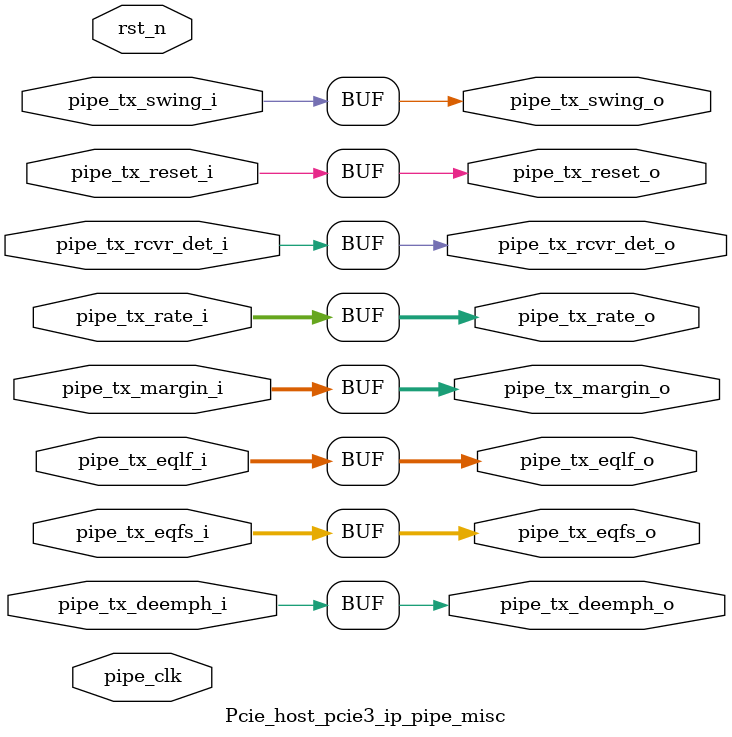
<source format=v>


`timescale 1ps/1ps

(* DowngradeIPIdentifiedWarnings = "yes" *)
module Pcie_host_pcie3_ip_pipe_misc 
 #(
  parameter TCQ = 100,
  parameter PIPE_PIPELINE_STAGES = 0
  ) (
  input  wire         pipe_tx_rcvr_det_i,
  input  wire         pipe_tx_reset_i,
  input  wire   [1:0] pipe_tx_rate_i,
  input  wire         pipe_tx_deemph_i,
  input  wire   [2:0] pipe_tx_margin_i,
  input  wire         pipe_tx_swing_i,
  input  wire   [5:0] pipe_tx_eqfs_i,
  input  wire   [5:0] pipe_tx_eqlf_i,
  output wire         pipe_tx_rcvr_det_o,
  output wire         pipe_tx_reset_o,
  output wire   [1:0] pipe_tx_rate_o,
  output wire         pipe_tx_deemph_o,
  output wire   [2:0] pipe_tx_margin_o,
  output wire         pipe_tx_swing_o,
  output wire   [5:0] pipe_tx_eqfs_o,
  output wire   [5:0] pipe_tx_eqlf_o,
  input  wire         pipe_clk,
  input  wire         rst_n
  );

  reg                 pipe_tx_rcvr_det_q;
  reg                 pipe_tx_reset_q;
  reg           [1:0] pipe_tx_rate_q;
  reg                 pipe_tx_deemph_q;
  reg           [2:0] pipe_tx_margin_q;
  reg                 pipe_tx_swing_q;
  reg           [5:0] pipe_tx_eqfs_q;
  reg           [5:0] pipe_tx_eqlf_q;
  reg                 pipe_tx_rcvr_det_qq;
  reg                 pipe_tx_reset_qq;
  reg           [1:0] pipe_tx_rate_qq;
  reg                 pipe_tx_deemph_qq;
  reg           [2:0] pipe_tx_margin_qq;
  reg                 pipe_tx_swing_qq;
  reg           [5:0] pipe_tx_eqfs_qq;
  reg           [5:0] pipe_tx_eqlf_qq;

  generate
    if (PIPE_PIPELINE_STAGES == 0)
    begin : pipe_stages_0
      assign pipe_tx_rcvr_det_o = pipe_tx_rcvr_det_i;
      assign pipe_tx_reset_o = pipe_tx_reset_i;
      assign pipe_tx_rate_o = pipe_tx_rate_i;
      assign pipe_tx_deemph_o = pipe_tx_deemph_i;
      assign pipe_tx_margin_o = pipe_tx_margin_i;
      assign pipe_tx_swing_o = pipe_tx_swing_i;
      assign pipe_tx_eqfs_o = pipe_tx_eqfs_i;
      assign pipe_tx_eqlf_o = pipe_tx_eqlf_i;
    end
    else if (PIPE_PIPELINE_STAGES == 1)
    begin : pipe_stages_1
      always @(posedge pipe_clk)
      begin
        if (!rst_n)
        begin
          pipe_tx_rcvr_det_q <= #TCQ 1'b0;
          pipe_tx_reset_q <= #TCQ 1'b1;
          pipe_tx_rate_q <= #TCQ 2'b0;
          pipe_tx_deemph_q <= #TCQ 1'b1;
          pipe_tx_margin_q <= #TCQ 3'b0;
          pipe_tx_swing_q <= #TCQ 1'b0;
          pipe_tx_eqfs_q <= #TCQ 5'b0;
          pipe_tx_eqlf_q <= #TCQ 5'b0;
        end
        else
        begin
          pipe_tx_rcvr_det_q <= #TCQ pipe_tx_rcvr_det_i;
          pipe_tx_reset_q <= #TCQ pipe_tx_reset_i;
          pipe_tx_rate_q <= #TCQ pipe_tx_rate_i;
          pipe_tx_deemph_q <= #TCQ pipe_tx_deemph_i;
          pipe_tx_margin_q <= #TCQ pipe_tx_margin_i;
          pipe_tx_swing_q <= #TCQ pipe_tx_swing_i;
          pipe_tx_eqfs_q <= #TCQ pipe_tx_eqfs_i;
          pipe_tx_eqlf_q <= #TCQ pipe_tx_eqlf_i;
        end
      end
      assign pipe_tx_rcvr_det_o = pipe_tx_rcvr_det_q;
      assign pipe_tx_reset_o = pipe_tx_reset_q;
      assign pipe_tx_rate_o = pipe_tx_rate_q;
      assign pipe_tx_deemph_o = pipe_tx_deemph_q;
      assign pipe_tx_margin_o = pipe_tx_margin_q;
      assign pipe_tx_swing_o = pipe_tx_swing_q;
      assign pipe_tx_eqfs_o = pipe_tx_eqfs_q;
      assign pipe_tx_eqlf_o = pipe_tx_eqlf_q;
    end
    else if (PIPE_PIPELINE_STAGES == 2)
    begin : pipe_stages_2
      always @(posedge pipe_clk)
      begin
        if (!rst_n)
        begin
          pipe_tx_rcvr_det_q <= #TCQ 1'b0;
          pipe_tx_reset_q <= #TCQ 1'b1;
          pipe_tx_rate_q <= #TCQ 2'b0;
          pipe_tx_deemph_q <= #TCQ 1'b1;
          pipe_tx_margin_q <= #TCQ 1'b0;
          pipe_tx_swing_q <= #TCQ 1'b0;
          pipe_tx_eqfs_q <= #TCQ 5'b0;
          pipe_tx_eqlf_q <= #TCQ 5'b0;
          pipe_tx_rcvr_det_qq <= #TCQ 1'b0;
          pipe_tx_reset_qq <= #TCQ 1'b1;
          pipe_tx_rate_qq <= #TCQ 2'b0;
          pipe_tx_deemph_qq <= #TCQ 1'b1;
          pipe_tx_margin_qq <= #TCQ 1'b0;
          pipe_tx_swing_qq <= #TCQ 1'b0;
          pipe_tx_eqfs_qq <= #TCQ 5'b0;
          pipe_tx_eqlf_qq <= #TCQ 5'b0;
        end
        else
        begin
          pipe_tx_rcvr_det_q <= #TCQ pipe_tx_rcvr_det_i;
          pipe_tx_reset_q <= #TCQ pipe_tx_reset_i;
          pipe_tx_rate_q <= #TCQ pipe_tx_rate_i;
          pipe_tx_deemph_q <= #TCQ pipe_tx_deemph_i;
          pipe_tx_margin_q <= #TCQ pipe_tx_margin_i;
          pipe_tx_swing_q <= #TCQ pipe_tx_swing_i;
          pipe_tx_eqfs_q <= #TCQ pipe_tx_eqfs_i;
          pipe_tx_eqlf_q <= #TCQ pipe_tx_eqlf_i;
          pipe_tx_rcvr_det_qq <= #TCQ pipe_tx_rcvr_det_q;
          pipe_tx_reset_qq <= #TCQ pipe_tx_reset_q;
          pipe_tx_rate_qq <= #TCQ pipe_tx_rate_q;
          pipe_tx_deemph_qq <= #TCQ pipe_tx_deemph_q;
          pipe_tx_margin_qq <= #TCQ pipe_tx_margin_q;
          pipe_tx_swing_qq <= #TCQ pipe_tx_swing_q;
          pipe_tx_eqfs_qq <= #TCQ pipe_tx_eqfs_q;
          pipe_tx_eqlf_qq <= #TCQ pipe_tx_eqlf_q;
        end
      end
      assign pipe_tx_rcvr_det_o = pipe_tx_rcvr_det_qq;
      assign pipe_tx_reset_o = pipe_tx_reset_qq;
      assign pipe_tx_rate_o = pipe_tx_rate_qq;
      assign pipe_tx_deemph_o = pipe_tx_deemph_qq;
      assign pipe_tx_margin_o = pipe_tx_margin_qq;
      assign pipe_tx_swing_o = pipe_tx_swing_qq;
      assign pipe_tx_eqfs_o = pipe_tx_eqfs_qq;
      assign pipe_tx_eqlf_o = pipe_tx_eqlf_qq;
    end
    else
    begin
      assign pipe_tx_rcvr_det_o = pipe_tx_rcvr_det_i;
      assign pipe_tx_reset_o = pipe_tx_reset_i;
      assign pipe_tx_rate_o = pipe_tx_rate_i;
      assign pipe_tx_deemph_o = pipe_tx_deemph_i;
      assign pipe_tx_margin_o = pipe_tx_margin_i;
      assign pipe_tx_swing_o = pipe_tx_swing_i;
      assign pipe_tx_eqfs_o = pipe_tx_eqfs_i;
      assign pipe_tx_eqlf_o = pipe_tx_eqlf_i;
    end
  endgenerate

endmodule

</source>
